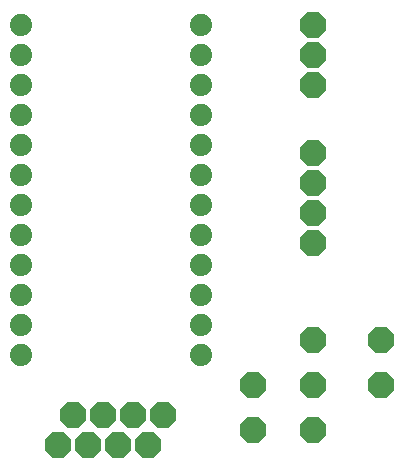
<source format=gbr>
G04 EAGLE Gerber RS-274X export*
G75*
%MOMM*%
%FSLAX34Y34*%
%LPD*%
%INBottom Copper*%
%IPPOS*%
%AMOC8*
5,1,8,0,0,1.08239X$1,22.5*%
G01*
%ADD10P,2.336880X8X22.500000*%
%ADD11C,1.879600*%
%ADD12P,2.336880X8X112.500000*%


D10*
X628650Y215900D03*
X628650Y177800D03*
X628650Y254000D03*
D11*
X381000Y520700D03*
X381000Y495300D03*
X381000Y469900D03*
X381000Y444500D03*
X381000Y419100D03*
X381000Y393700D03*
X381000Y368300D03*
X381000Y342900D03*
X381000Y317500D03*
X381000Y292100D03*
X381000Y266700D03*
X381000Y241300D03*
X533400Y241300D03*
X533400Y266700D03*
X533400Y292100D03*
X533400Y317500D03*
X533400Y342900D03*
X533400Y368300D03*
X533400Y393700D03*
X533400Y419100D03*
X533400Y444500D03*
X533400Y469900D03*
X533400Y495300D03*
X533400Y520700D03*
D10*
X685800Y254000D03*
X685800Y215900D03*
X577850Y177800D03*
X577850Y215900D03*
D12*
X501650Y190500D03*
X488950Y165100D03*
X476250Y190500D03*
X463550Y165100D03*
X450850Y190500D03*
X438150Y165100D03*
X425450Y190500D03*
X412750Y165100D03*
D10*
X628650Y336550D03*
X628650Y361950D03*
X628650Y387350D03*
X628650Y412750D03*
X628650Y469900D03*
X628650Y495300D03*
X628650Y520700D03*
M02*

</source>
